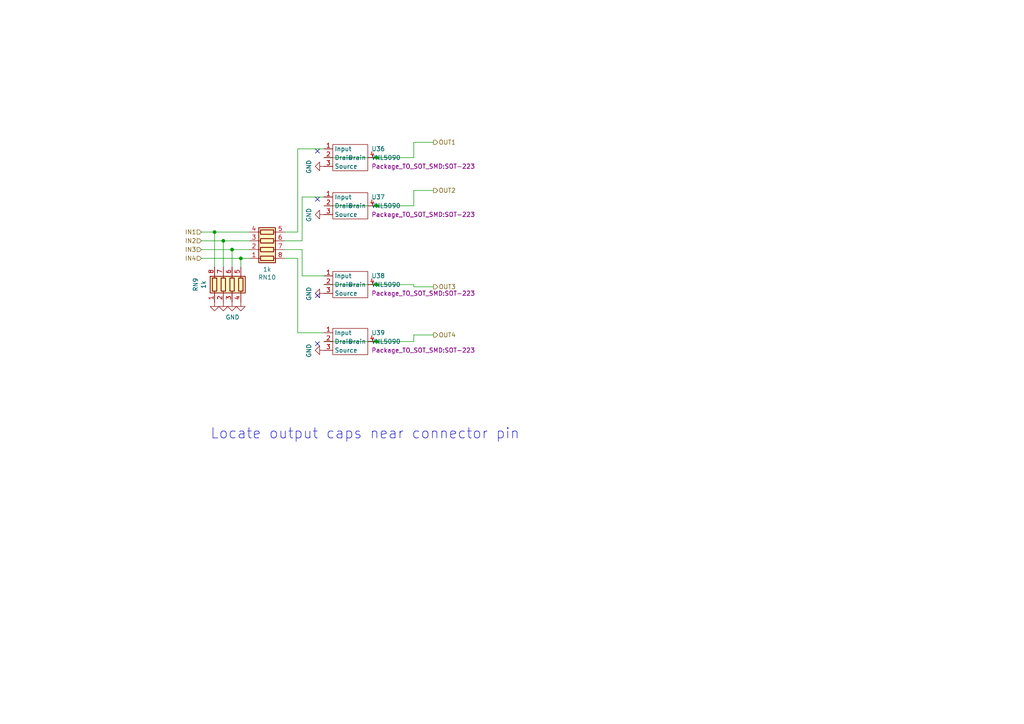
<source format=kicad_sch>
(kicad_sch (version 20211123) (generator eeschema)
  (paper "A4")
  (title_block (title "Polygonus") (date "2023-03-15") (rev "v0.7") (comment 2 "rusefi.com/s/proteus"))
  (lib_symbols
    (symbol "Device:R_Pack04" (pin_names (offset 0) hide)
      (property "Reference" "RN" (at -7.62 0 90))
      (property "Value" "R_Pack04" (at 5.08 0 90))
      (symbol "R_Pack04_0_1"
        (rectangle (start -6.35 -2.413) (end 3.81 2.413) (stroke (width 0.254)) (fill (type background)))
        (rectangle (start -5.715 1.905) (end -4.445 -1.905) (stroke (width 0.254)))
        (rectangle (start -3.175 1.905) (end -1.905 -1.905) (stroke (width 0.254)))
        (rectangle (start -0.635 1.905) (end 0.635 -1.905) (stroke (width 0.254)))
        (polyline (pts (xy -5.08 -2.54) (xy -5.08 -1.905)))
        (polyline (pts (xy -5.08 1.905) (xy -5.08 2.54)))
        (polyline (pts (xy -2.54 -2.54) (xy -2.54 -1.905)))
        (polyline (pts (xy -2.54 1.905) (xy -2.54 2.54)))
        (polyline (pts (xy 0 -2.54) (xy 0 -1.905)))
        (polyline (pts (xy 0 1.905) (xy 0 2.54)))
        (polyline (pts (xy 2.54 -2.54) (xy 2.54 -1.905)))
        (polyline (pts (xy 2.54 1.905) (xy 2.54 2.54)))
        (rectangle (start 1.905 1.905) (end 3.175 -1.905) (stroke (width 0.254)))
      )
      (symbol "R_Pack04_1_1"
        (pin passive line (at -5.08 -5.08 90) (length 2.54) (name "R1.1") (number "1"))
        (pin passive line (at -2.54 -5.08 90) (length 2.54) (name "R2.1") (number "2"))
        (pin passive line (at 0 -5.08 90) (length 2.54) (name "R3.1") (number "3"))
        (pin passive line (at 2.54 -5.08 90) (length 2.54) (name "R4.1") (number "4"))
        (pin passive line (at 2.54 5.08 270) (length 2.54) (name "R4.2") (number "5"))
        (pin passive line (at 0 5.08 270) (length 2.54) (name "R3.2") (number "6"))
        (pin passive line (at -2.54 5.08 270) (length 2.54) (name "R2.2") (number "7"))
        (pin passive line (at -5.08 5.08 270) (length 2.54) (name "R1.2") (number "8"))
      )
    )
    (symbol "Simon:VNL5090"
      (property "Reference" "U" (at 0 -7.62 0))
      (property "Value" "VNL5090" (at 0 2.54 0))
      (property "Footprint" "Package_TO_SOT_SMD:SOT-223" (at 0 5.08 0))
      (symbol "VNL5090_0_1"
        (rectangle (start -5.08 1.27) (end 5.08 -6.35))
      )
      (symbol "VNL5090_1_1"
        (pin input line (at -7.62 0 0) (length 2.54) (name "Input") (number "1"))
        (pin input line (at -7.62 -2.54 0) (length 2.54) (name "Drain") (number "2"))
        (pin input line (at -7.62 -5.08 0) (length 2.54) (name "Source") (number "3"))
        (pin output line (at 7.62 -2.54 180) (length 2.54) (name "Drain") (number "4"))
      )
    )
    (symbol "power:GND" (power) (pin_names (offset 0))
      (property "Value" "GND" (at 0 -3.81 0))
      (symbol "GND_0_1"
        (polyline (pts (xy 0 0) (xy 0 -1.27) (xy 1.27 -1.27) (xy 0 -2.54) (xy -1.27 -1.27) (xy 0 -1.27)))
      )
      (symbol "GND_1_1"
        (pin power_in line (at 0 0 270) (length 0) hide (name "GND") (number "1"))
      )
    )
  )
  (junction (at 109.22 59.69))
  (junction (at 109.22 45.72))
  (junction (at 109.22 82.55))
  (junction (at 109.22 99.06))
  (junction (at 64.77 69.85))
  (junction (at 69.85 74.93))
  (junction (at 67.31 72.39))
  (junction (at 62.23 67.31))
  (no_connect (at 92.075 99.695))
  (no_connect (at 92.075 85.725))
  (no_connect (at 92.075 43.815))
  (no_connect (at 92.075 57.785))
  (wire (pts (xy 93.98 59.69) (xy 109.22 59.69)))
  (wire (pts (xy 120.015 82.55) (xy 120.015 83.185)))
  (wire (pts (xy 87.63 69.85) (xy 87.63 57.15)))
  (wire (pts (xy 87.63 57.15) (xy 93.98 57.15)))
  (wire (pts (xy 82.55 72.39) (xy 87.63 72.39)))
  (wire (pts (xy 120.015 97.155) (xy 125.73 97.155)))
  (wire (pts (xy 64.77 69.85) (xy 72.39 69.85)))
  (wire (pts (xy 120.015 55.245) (xy 125.73 55.245)))
  (wire (pts (xy 86.36 74.93) (xy 86.36 96.52)))
  (wire (pts (xy 120.015 45.72) (xy 120.015 41.275)))
  (wire (pts (xy 86.36 43.18) (xy 86.36 67.31)))
  (wire (pts (xy 109.22 45.72) (xy 120.015 45.72)))
  (wire (pts (xy 86.36 96.52) (xy 93.98 96.52)))
  (wire (pts (xy 120.015 99.06) (xy 120.015 97.155)))
  (wire (pts (xy 58.42 69.85) (xy 64.77 69.85)))
  (wire (pts (xy 69.85 77.47) (xy 69.85 74.93)))
  (wire (pts (xy 64.77 77.47) (xy 64.77 69.85)))
  (wire (pts (xy 109.22 99.06) (xy 120.015 99.06)))
  (wire (pts (xy 62.23 67.31) (xy 62.23 77.47)))
  (wire (pts (xy 93.98 45.72) (xy 109.22 45.72)))
  (wire (pts (xy 109.22 82.55) (xy 120.015 82.55)))
  (wire (pts (xy 72.39 67.31) (xy 62.23 67.31)))
  (wire (pts (xy 87.63 72.39) (xy 87.63 80.01)))
  (wire (pts (xy 87.63 80.01) (xy 93.98 80.01)))
  (wire (pts (xy 58.42 74.93) (xy 69.85 74.93)))
  (wire (pts (xy 86.36 43.18) (xy 93.98 43.18)))
  (wire (pts (xy 93.98 99.06) (xy 109.22 99.06)))
  (wire (pts (xy 82.55 69.85) (xy 87.63 69.85)))
  (wire (pts (xy 58.42 67.31) (xy 62.23 67.31)))
  (wire (pts (xy 120.015 83.185) (xy 125.73 83.185)))
  (wire (pts (xy 69.85 74.93) (xy 72.39 74.93)))
  (wire (pts (xy 82.55 67.31) (xy 86.36 67.31)))
  (wire (pts (xy 93.98 82.55) (xy 109.22 82.55)))
  (wire (pts (xy 109.22 59.69) (xy 120.015 59.69)))
  (wire (pts (xy 58.42 72.39) (xy 67.31 72.39)))
  (wire (pts (xy 82.55 74.93) (xy 86.36 74.93)))
  (wire (pts (xy 72.39 72.39) (xy 67.31 72.39)))
  (wire (pts (xy 120.015 59.69) (xy 120.015 55.245)))
  (wire (pts (xy 120.015 41.275) (xy 125.73 41.275)))
  (wire (pts (xy 67.31 72.39) (xy 67.31 77.47)))
  (text "Locate output caps near connector pin" (at 60.96 127.635 0) (effects (font (size 2.9972 2.9972)) (justify left bottom)))
  (hierarchical_label "IN2" (shape input) (at 58.42 69.85 180))
  (hierarchical_label "IN4" (shape input) (at 58.42 74.93 180))
  (hierarchical_label "OUT2" (shape output) (at 125.73 55.245 0))
  (hierarchical_label "OUT1" (shape output) (at 125.73 41.275 0))
  (hierarchical_label "OUT3" (shape output) (at 125.73 83.185 0))
  (hierarchical_label "IN1" (shape input) (at 58.42 67.31 180))
  (hierarchical_label "OUT4" (shape output) (at 125.73 97.155 0))
  (hierarchical_label "IN3" (shape input) (at 58.42 72.39 180))
  (symbol (lib_id "Device:R_Pack04") (at 77.47 69.85 270) (mirror x)
    (property "Reference" "RN10" (at 77.47 80.4418 90))
    (property "Value" "1k" (at 77.47 78.1304 90))
    (property "Footprint" "Resistor_SMD:R_Array_Convex_4x0603" (effects hide))
    (property "LCSC" "C20197" (effects hide))
    (property "LCSC_ext" "0" (effects hide))
  )
  (symbol (lib_id "Device:R_Pack04") (at 67.31 82.55 0)
    (property "Reference" "RN9" (at 56.7182 82.55 90))
    (property "Value" "1k" (at 59.0296 82.55 90))
    (property "Footprint" "Resistor_SMD:R_Array_Convex_4x0603" (effects hide))
    (property "LCSC" "C20197" (effects hide))
    (property "LCSC_ext" "0" (effects hide))
  )
  (symbol (lib_id "power:GND") (at 62.23 87.63 0)
    (property "Reference" "#PWR0237" (effects hide))
    (property "Value" "GND" (effects hide))
  )
  (symbol (lib_id "power:GND") (at 64.77 87.63 0)
    (property "Reference" "#PWR0238" (effects hide))
    (property "Value" "GND" (effects hide))
  )
  (symbol (lib_id "power:GND") (at 67.31 87.63 0)
    (property "Reference" "#PWR0239" (effects hide))
    (property "Value" "GND" (at 67.437 92.0242 0))
  )
  (symbol (lib_id "power:GND") (at 69.85 87.63 0)
    (property "Reference" "#PWR0240" (effects hide))
    (property "Value" "GND" (effects hide))
  )
  (symbol (lib_id "Simon:VNL5090") (at 101.6 57.15 0)
    (property "Reference" "U37" (at 107.7081 57.1499 0) (effects (justify left)))
    (property "Value" "VNL5090" (at 107.7081 59.6899 0) (effects (justify left)))
    (property "Footprint" "Package_TO_SOT_SMD:SOT-223" (at 107.7081 62.2299 0) (effects (justify left)))
  )
  (symbol (lib_id "Simon:VNL5090") (at 101.6 43.18 0)
    (property "Reference" "U36" (at 107.7081 43.1799 0) (effects (justify left)))
    (property "Value" "VNL5090" (at 107.7081 45.7199 0) (effects (justify left)))
    (property "Footprint" "Package_TO_SOT_SMD:SOT-223" (at 107.7081 48.2599 0) (effects (justify left)))
  )
  (symbol (lib_id "power:GND") (at 93.98 62.23 270)
    (property "Reference" "#PWR0242" (effects hide))
    (property "Value" "GND" (at 89.5858 62.357 0))
  )
  (symbol (lib_id "power:GND") (at 93.98 85.09 270)
    (property "Reference" "#PWR0243" (effects hide))
    (property "Value" "GND" (at 89.5858 85.217 0))
  )
  (symbol (lib_id "power:GND") (at 93.98 101.6 270)
    (property "Reference" "#PWR0244" (effects hide))
    (property "Value" "GND" (at 89.5858 101.727 0))
  )
  (symbol (lib_id "Simon:VNL5090") (at 101.6 96.52 0)
    (property "Reference" "U39" (at 107.7081 96.5199 0) (effects (justify left)))
    (property "Value" "VNL5090" (at 107.7081 99.0599 0) (effects (justify left)))
    (property "Footprint" "Package_TO_SOT_SMD:SOT-223" (at 107.7081 101.5999 0) (effects (justify left)))
  )
  (symbol (lib_id "power:GND") (at 93.98 48.26 270)
    (property "Reference" "#PWR0241" (effects hide))
    (property "Value" "GND" (at 89.5858 48.387 0))
  )
  (symbol (lib_id "Simon:VNL5090") (at 101.6 80.01 0)
    (property "Reference" "U38" (at 107.7081 80.0099 0) (effects (justify left)))
    (property "Value" "VNL5090" (at 107.7081 82.5499 0) (effects (justify left)))
    (property "Footprint" "Package_TO_SOT_SMD:SOT-223" (at 107.7081 85.0899 0) (effects (justify left)))
  )
)
</source>
